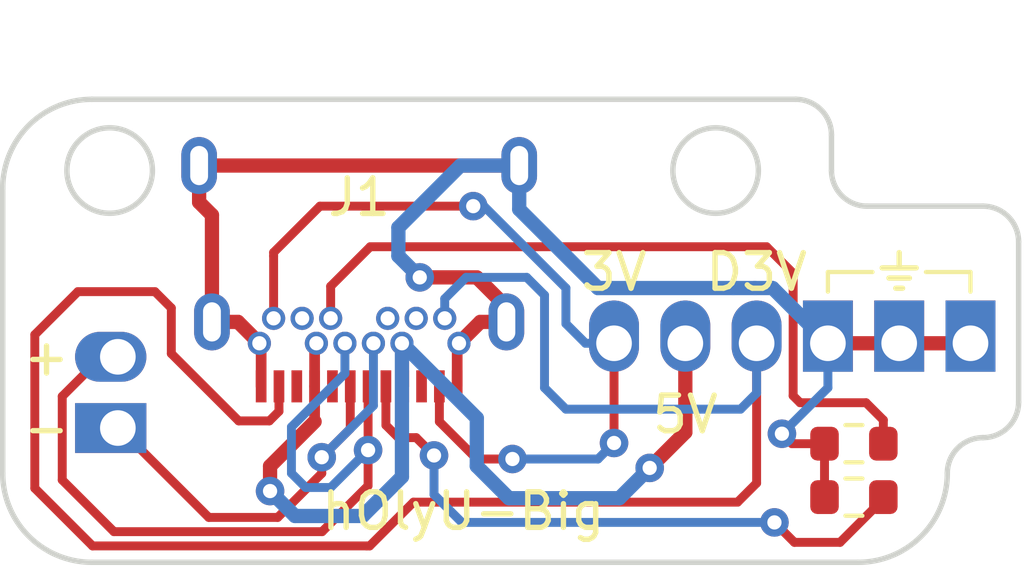
<source format=kicad_pcb>
(kicad_pcb (version 20211014) (generator pcbnew)
  (layers (0 "F.Cu" signal) (31 "B.Cu" signal) (34 "B.Paste" user) (35 "F.Paste" user) (36 "B.SilkS" user "B.Silkscreen") (37 "F.SilkS" user "F.Silkscreen") (38 "B.Mask" user) (39 "F.Mask" user) (44 "Edge.Cuts" user))
  (net 0 "")
  (net 1 "GND")
  (net 2 "3V3")
  (net 3 "VBUS")
  (net 4 "Net-(J1-PadA5)")
  (net 5 "D+")
  (net 6 "D-")
  (net 7 "Net-(J1-PadA8)")
  (net 8 "D3V")
  (net 9 "Net-(J1-PadB5)")
  (net 10 "Net-(J1-PadB8)")
  (net 11 "Net-(J1-PadB3)")
  (net 12 "Net-(J1-PadB10)")
  (net 13 "Net-(J1-PadA3)")
  (net 14 "Net-(J1-PadA10)")
  (footprint "Connector_PinHeader_2.00mm:PinHeader_1x06_P2.00mm_Vertical" (layer "F.Cu") (at 7.15 3.35 90)
    (fp_text reference "J2" hide)
    (fp_text value "Conn_01x06" hide)
    (pad "1" thru_hole oval locked (at 0 0 90) (size 2 1.4) (drill 1 (offset 0.2 0)) (layers *.Cu *.Mask) (net 2 "3V3"))
    (pad "2" thru_hole oval locked (at 0 2 90) (size 2 1.4) (drill 1 (offset 0.2 0)) (layers *.Cu *.Mask) (net 3 "VBUS"))
    (pad "3" thru_hole oval locked (at 0 4 90) (size 2 1.4) (drill 1 (offset 0.2 0)) (layers *.Cu *.Mask) (net 8 "D3V"))
    (pad "4" thru_hole rect locked (at 0 6 90) (size 2 1.4) (drill 1 (offset 0.2 0)) (layers *.Cu *.Mask) (net 1 "GND"))
    (pad "5" thru_hole rect locked (at 0 8 90) (size 2 1.4) (drill 1 (offset 0.2 0)) (layers *.Cu *.Mask) (net 1 "GND"))
    (pad "6" thru_hole rect locked (at 0 10 90) (size 2 1.4) (drill 1 (offset 0.2 0)) (layers *.Cu *.Mask) (net 1 "GND"))
  )
  (footprint "Model_S:Shou Han Type-C 24P QCHT" (layer "F.Cu") (at 0 -3.5 180)
    (fp_text reference "J1" (at 0 -2.75) (layer "F.SilkS"))
    (fp_text value "USB_C_Receptacle")
    (pad "" np_thru_hole circle locked (at -3.6 -7.5 180) (size 0.7 0.7) (drill 0.7) (layers *.Cu *.Mask))
    (pad "" np_thru_hole circle locked (at 3.75 -7.5 180) (size 0.7 0.7) (drill 0.7) (layers *.Cu *.Mask))
    (pad "A1" smd rect locked (at -2.75 -8.06 180) (size 0.3 0.9) (layers "F.Cu" "F.Paste" "F.Mask") (net 1 "GND"))
    (pad "A2" smd rect locked (at -2.25 -8.06 180) (size 0.3 0.9) (layers "F.Cu" "F.Paste" "F.Mask") (net 2 "3V3"))
    (pad "A3" smd rect locked (at -1.75 -8.06 180) (size 0.3 0.9) (layers "F.Cu" "F.Paste" "F.Mask") (net 13 "Net-(J1-PadA3)"))
    (pad "A4" smd rect locked (at -1.25 -8.06 180) (size 0.3 0.9) (layers "F.Cu" "F.Paste" "F.Mask") (net 3 "VBUS"))
    (pad "A5" smd rect locked (at -0.75 -8.06 180) (size 0.3 0.9) (layers "F.Cu" "F.Paste" "F.Mask") (net 4 "Net-(J1-PadA5)"))
    (pad "A6" smd rect locked (at -0.25 -8.06 180) (size 0.3 0.9) (layers "F.Cu" "F.Paste" "F.Mask") (net 5 "D+"))
    (pad "A7" smd rect locked (at 0.25 -8.06 180) (size 0.3 0.9) (layers "F.Cu" "F.Paste" "F.Mask") (net 6 "D-"))
    (pad "A8" smd rect locked (at 0.75 -8.06 180) (size 0.3 0.9) (layers "F.Cu" "F.Paste" "F.Mask") (net 7 "Net-(J1-PadA8)"))
    (pad "A9" smd rect locked (at 1.25 -8.06 180) (size 0.3 0.9) (layers "F.Cu" "F.Paste" "F.Mask") (net 3 "VBUS"))
    (pad "A10" smd rect locked (at 1.75 -8.06 180) (size 0.3 0.9) (layers "F.Cu" "F.Paste" "F.Mask") (net 14 "Net-(J1-PadA10)"))
    (pad "A11" smd rect locked (at 2.25 -8.06 180) (size 0.3 0.9) (layers "F.Cu" "F.Paste" "F.Mask") (net 8 "D3V"))
    (pad "A12" smd rect locked (at 2.75 -8.06 180) (size 0.3 0.9) (layers "F.Cu" "F.Paste" "F.Mask") (net 1 "GND"))
    (pad "B1" thru_hole circle locked (at 2.8 -6.85 180) (size 0.65 0.65) (drill 0.4) (layers *.Cu *.Mask) (net 1 "GND"))
    (pad "B2" thru_hole circle locked (at 2.4 -6.15 180) (size 0.65 0.65) (drill 0.4) (layers *.Cu *.Mask) (net 2 "3V3"))
    (pad "B3" thru_hole circle locked (at 1.6 -6.15 180) (size 0.65 0.65) (drill 0.4) (layers *.Cu *.Mask) (net 11 "Net-(J1-PadB3)"))
    (pad "B4" thru_hole circle locked (at 1.2 -6.85 180) (size 0.65 0.65) (drill 0.4) (layers *.Cu *.Mask) (net 3 "VBUS"))
    (pad "B5" thru_hole circle locked (at 0.8 -6.15 180) (size 0.65 0.65) (drill 0.4) (layers *.Cu *.Mask) (net 9 "Net-(J1-PadB5)"))
    (pad "B6" thru_hole circle locked (at 0.4 -6.85 180) (size 0.65 0.65) (drill 0.4) (layers *.Cu *.Mask) (net 5 "D+"))
    (pad "B7" thru_hole circle locked (at -0.4 -6.85 180) (size 0.65 0.65) (drill 0.4) (layers *.Cu *.Mask) (net 6 "D-"))
    (pad "B8" thru_hole circle locked (at -0.8 -6.15 180) (size 0.65 0.65) (drill 0.4) (layers *.Cu *.Mask) (net 10 "Net-(J1-PadB8)"))
    (pad "B9" thru_hole circle locked (at -1.2 -6.85 180) (size 0.65 0.65) (drill 0.4) (layers *.Cu *.Mask) (net 3 "VBUS"))
    (pad "B10" thru_hole circle locked (at -1.6 -6.15 180) (size 0.65 0.65) (drill 0.4) (layers *.Cu *.Mask) (net 12 "Net-(J1-PadB10)"))
    (pad "B11" thru_hole circle locked (at -2.4 -6.15 180) (size 0.65 0.65) (drill 0.4) (layers *.Cu *.Mask) (net 8 "D3V"))
    (pad "B12" thru_hole circle locked (at -2.8 -6.85 180) (size 0.65 0.65) (drill 0.4) (layers *.Cu *.Mask) (net 1 "GND"))
    (pad "S1" thru_hole oval locked (at -4.49 -1.86 180) (size 1 1.6) (drill oval 0.5 1.1) (layers *.Cu *.Mask) (net 1 "GND"))
    (pad "S1" thru_hole oval locked (at -4.13 -6.25 180) (size 1 1.6) (drill oval 0.5 1.1) (layers *.Cu *.Mask) (net 1 "GND"))
    (pad "S1" thru_hole oval locked (at 4.49 -1.86 180) (size 1 1.6) (drill oval 0.5 1.1) (layers *.Cu *.Mask) (net 1 "GND"))
    (pad "S1" thru_hole oval locked (at 4.13 -6.25 180) (size 1 1.6) (drill oval 0.5 1.1) (layers *.Cu *.Mask) (net 1 "GND"))
  )
  (footprint "Connector_PinHeader_2.00mm:PinHeader_1x02_P2.00mm_Vertical" (layer "F.Cu") (at -6.77 3.73)
    (fp_text reference "J3" hide)
    (fp_text value "Conn_01x02" hide)
    (pad "1" thru_hole oval locked (at 0 0) (size 2 1.4) (drill 1 (offset -0.2 0)) (layers *.Cu *.Mask) (net 5 "D+"))
    (pad "2" thru_hole rect locked (at 0 2) (size 2 1.4) (drill 1 (offset -0.2 0)) (layers *.Cu *.Mask) (net 6 "D-"))
  )
  (footprint "Resistor_SMD:R_0603_1608Metric" (layer "F.Cu") (at 13.88 7.67)
    (fp_text reference "R1" hide)
    (fp_text value "5.1k" hide)
    (fp_line (start -0.237258 0.5225) (end 0.237258 0.5225) (layer "F.SilkS") (width 0.12))
    (fp_line (start -0.237258 -0.5225) (end 0.237258 -0.5225) (layer "F.SilkS") (width 0.12))
    (pad "1" smd roundrect locked (at -0.825 0) (size 0.8 0.95) (layers "F.Cu" "F.Paste" "F.Mask") (net 1 "GND"))
    (pad "2" smd roundrect locked (at 0.825 0) (size 0.8 0.95) (layers "F.Cu" "F.Paste" "F.Mask") (net 4 "Net-(J1-PadA5)"))
  )
  (footprint "Resistor_SMD:R_0603_1608Metric" (layer "F.Cu") (at 13.88 6.17 180)
    (fp_text reference "R2" hide)
    (fp_text value "5.1k" hide)
    (fp_line (start -0.237258 0.5225) (end 0.237258 0.5225) (layer "F.SilkS") (width 0.12))
    (fp_line (start -0.237258 -0.5225) (end 0.237258 -0.5225) (layer "F.SilkS") (width 0.12))
    (pad "1" smd roundrect locked (at -0.825 0 180) (size 0.8 0.95) (layers "F.Cu" "F.Paste" "F.Mask") (net 9 "Net-(J1-PadB5)"))
    (pad "2" smd roundrect locked (at 0.825 0 180) (size 0.8 0.95) (layers "F.Cu" "F.Paste" "F.Mask") (net 1 "GND"))
  )
  (gr_line (start 15.9 1.35) (end 17.15 1.35) (layer "F.SilkS") (width 0.12))
  (gr_line (start 14.4 1.35) (end 13.15 1.35) (layer "F.SilkS") (width 0.12))
  (gr_line (start 17.15 1.35) (end 17.15 1.9) (layer "F.SilkS") (width 0.12))
  (gr_line (start 13.15 1.35) (end 13.15 1.9) (layer "F.SilkS") (width 0.12))
  (gr_line (start -7.5 -3.5) (end 12.25 -3.5) (layer "Edge.Cuts") (width 0.1524))
  (gr_line (start -7.5 9.5) (end 14 9.5) (layer "Edge.Cuts") (width 0.1524))
  (gr_line (start -10 -1) (end -10 7) (layer "Edge.Cuts") (width 0.1524))
  (gr_arc (start 16.5 7) (mid 15.767767 8.767767) (end 14 9.5) (layer "Edge.Cuts") (width 0.152))
  (gr_arc (start -7.5 9.5) (mid -9.267767 8.767767) (end -10 7) (layer "Edge.Cuts") (width 0.152))
  (gr_line (start 18.5 5) (end 18.5 0.5) (layer "Edge.Cuts") (width 0.152))
  (gr_circle (center -7 -1.5) (end -5.8 -1.5) (layer "Edge.Cuts") (width 0.152) (fill none))
  (gr_line (start 13.25 -2.5) (end 13.25 -1.5) (layer "Edge.Cuts") (width 0.152))
  (gr_arc (start 17.5 -0.5) (mid 18.207107 -0.207107) (end 18.5 0.5) (layer "Edge.Cuts") (width 0.152))
  (gr_arc (start 16.5 7) (mid 16.792893 6.292893) (end 17.5 6) (layer "Edge.Cuts") (width 0.152))
  (gr_line (start 14.25 -0.5) (end 17.5 -0.5) (layer "Edge.Cuts") (width 0.152))
  (gr_arc (start 18.5 5) (mid 18.207107 5.707107) (end 17.5 6) (layer "Edge.Cuts") (width 0.152))
  (gr_arc (start -10 -1) (mid -9.267767 -2.767767) (end -7.5 -3.5) (layer "Edge.Cuts") (width 0.152))
  (gr_arc (start 12.25 -3.5) (mid 12.957107 -3.207107) (end 13.25 -2.5) (layer "Edge.Cuts") (width 0.152))
  (gr_circle (center 10 -1.5) (end 11.2 -1.5) (layer "Edge.Cuts") (width 0.152) (fill none))
  (gr_arc (start 14.25 -0.5) (mid 13.542893 -0.792893) (end 13.25 -1.5) (layer "Edge.Cuts") (width 0.152))
  (gr_text "D3V" (at 11.15 1.35) (layer "F.SilkS") (effects (font (size 1 1))))
  (gr_text "⏚" (at 15.15 1.35) (layer "F.SilkS") (effects (font (size 1 1))))
  (gr_text "hOlyU-Big" (at 2.921 8.065) (layer "F.SilkS") (effects (font (size 1 1))))
  (gr_text "5V" (at 9.15 5.35) (layer "F.SilkS") (effects (font (size 1 1))))
  (gr_text "-" (at -8.77 5.73) (layer "F.SilkS") (effects (font (size 1 1))))
  (gr_text "3V" (at 7.15 1.35) (layer "F.SilkS") (effects (font (size 1 1))))
  (gr_text "+" (at -8.77 3.73) (layer "F.SilkS") (effects (font (size 1 1))))
  (segment (start 4.13 2.33) (end 3.3 1.5) (width 0.4) (layer "F.Cu") (net 1))
  (segment (start 13.055 6.17) (end 12.14 6.17) (width 0.25) (layer "F.Cu") (net 1))
  (segment (start -2.75 3.4) (end -2.8 3.35) (width 0.25) (layer "F.Cu") (net 1))
  (segment (start -3.4 2.75) (end -4.13 2.75) (width 0.4) (layer "F.Cu") (net 1))
  (segment (start 2.75 4.56) (end 2.75 3.4) (width 0.3) (layer "F.Cu") (net 1))
  (segment (start -4.13 -0.25) (end -4.49 -0.61) (width 0.4) (layer "F.Cu") (net 1))
  (segment (start 13.055 7.67) (end 13.055 6.17) (width 0.25) (layer "F.Cu") (net 1))
  (segment (start 2.75 3.4) (end 2.8 3.35) (width 0.25) (layer "F.Cu") (net 1))
  (segment (start 3.4 2.75) (end 2.8 3.35) (width 0.4) (layer "F.Cu") (net 1))
  (segment (start 4.13 2.75) (end 3.4 2.75) (width 0.4) (layer "F.Cu") (net 1))
  (segment (start 12.14 6.17) (end 11.86 5.89) (width 0.25) (layer "F.Cu") (net 1))
  (segment (start 17.15 3.35) (end 15.15 3.35) (width 0.4) (layer "F.Cu") (net 1))
  (segment (start 15.15 3.35) (end 13.15 3.35) (width 0.4) (layer "F.Cu") (net 1))
  (segment (start -4.49 -0.61) (end -4.49 -1.64) (width 0.4) (layer "F.Cu") (net 1))
  (segment (start -2.8 3.35) (end -3.4 2.75) (width 0.4) (layer "F.Cu") (net 1))
  (segment (start 3.3 1.5) (end 1.7 1.5) (width 0.4) (layer "F.Cu") (net 1))
  (segment (start -4.13 2.75) (end -4.13 -0.25) (width 0.4) (layer "F.Cu") (net 1))
  (segment (start -2.75 4.56) (end -2.75 3.4) (width 0.3) (layer "F.Cu") (net 1))
  (segment (start 4.13 2.75) (end 4.13 2.33) (width 0.4) (layer "F.Cu") (net 1))
  (segment (start 4.49 -1.64) (end -4.49 -1.64) (width 0.4) (layer "F.Cu") (net 1))
  (via (at 1.7 1.5) (size 0.8) (drill 0.4) (layers "F.Cu" "B.Cu") (net 1))
  (via (at 11.86 5.89) (size 0.8) (drill 0.4) (layers "F.Cu" "B.Cu") (net 1))
  (segment (start 11.6 1.8) (end 11.1 1.8) (width 0.4) (layer "B.Cu") (net 1))
  (segment (start 2.84 -1.64) (end 4.49 -1.64) (width 0.4) (layer "B.Cu") (net 1))
  (segment (start 13.15 3.35) (end 11.6 1.8) (width 0.4) (layer "B.Cu") (net 1))
  (segment (start 1.7 1.5) (end 1.1 0.9) (width 0.4) (layer "B.Cu") (net 1))
  (segment (start 1.1 0.1) (end 2.84 -1.64) (width 0.4) (layer "B.Cu") (net 1))
  (segment (start 6.7 1.8) (end 10.5 1.8) (width 0.4) (layer "B.Cu") (net 1))
  (segment (start 4.49 -1.64) (end 4.49 -0.41) (width 0.4) (layer "B.Cu") (net 1))
  (segment (start 11.1 1.8) (end 10.5 1.8) (width 0.4) (layer "B.Cu") (net 1))
  (segment (start 11.86 5.89) (end 13.15 4.6) (width 0.25) (layer "B.Cu") (net 1))
  (segment (start 1.1 0.9) (end 1.1 0.1) (width 0.4) (layer "B.Cu") (net 1))
  (segment (start 4.49 -0.41) (end 6.7 1.8) (width 0.4) (layer "B.Cu") (net 1))
  (segment (start 13.15 4.6) (end 13.15 3.35) (width 0.25) (layer "B.Cu") (net 1))
  (segment (start 2.25 4.56) (end 2.25 5.55) (width 0.25) (layer "F.Cu") (net 2))
  (segment (start -2.4 2.65) (end -2.4 0.9) (width 0.25) (layer "F.Cu") (net 2))
  (segment (start 7.149985 6.150015) (end 7.149985 3.350015) (width 0.25) (layer "F.Cu") (net 2))
  (segment (start 3.3 6.6) (end 4.3 6.6) (width 0.25) (layer "F.Cu") (net 2))
  (segment (start 2.25 5.55) (end 3.3 6.6) (width 0.25) (layer "F.Cu") (net 2))
  (segment (start -2.4 0.8) (end -1.1 -0.5) (width 0.25) (layer "F.Cu") (net 2))
  (segment (start -1.1 -0.5) (end 3.2 -0.5) (width 0.25) (layer "F.Cu") (net 2))
  (segment (start 7.149985 3.350015) (end 7.15 3.35) (width 0.25) (layer "F.Cu") (net 2))
  (segment (start -2.4 0.9) (end -2.4 0.8) (width 0.25) (layer "F.Cu") (net 2))
  (via (at 7.149985 6.150015) (size 0.8) (drill 0.4) (layers "F.Cu" "B.Cu") (net 2))
  (via (at 3.2 -0.5) (size 0.8) (drill 0.4) (layers "F.Cu" "B.Cu") (net 2))
  (via (at 4.3 6.6) (size 0.8) (drill 0.4) (layers "F.Cu" "B.Cu") (net 2))
  (segment (start 5.8 1.8) (end 5.8 2.8) (width 0.25) (layer "B.Cu") (net 2))
  (segment (start 3.5 -0.5) (end 5.8 1.8) (width 0.25) (layer "B.Cu") (net 2))
  (segment (start 6.7 6.6) (end 7.149985 6.150015) (width 0.25) (layer "B.Cu") (net 2))
  (segment (start 5.8 2.8) (end 6.35 3.35) (width 0.25) (layer "B.Cu") (net 2))
  (segment (start 3.2 -0.5) (end 3.5 -0.5) (width 0.25) (layer "B.Cu") (net 2))
  (segment (start 6.35 3.35) (end 7.15 3.35) (width 0.25) (layer "B.Cu") (net 2))
  (segment (start 4.3 6.6) (end 6.7 6.6) (width 0.25) (layer "B.Cu") (net 2))
  (segment (start -1.25 5.55) (end -2.5 6.8) (width 0.4) (layer "F.Cu") (net 3))
  (segment (start 1.25 4.56) (end 1.25 3.4) (width 0.3) (layer "F.Cu") (net 3))
  (segment (start -1.25 4.56) (end -1.25 3.4) (width 0.3) (layer "F.Cu") (net 3))
  (segment (start 9.15 5.85) (end 8.15 6.85) (width 0.4) (layer "F.Cu") (net 3))
  (segment (start -2.5 6.8) (end -2.5 7.499994) (width 0.4) (layer "F.Cu") (net 3))
  (segment (start -1.25 3.4) (end -1.2 3.35) (width 0.3) (layer "F.Cu") (net 3))
  (segment (start 1.25 3.4) (end 1.2 3.35) (width 0.3) (layer "F.Cu") (net 3))
  (segment (start 9.15 5.85) (end 9.15 3.35) (width 0.4) (layer "F.Cu") (net 3))
  (segment (start -1.25 4.56) (end -1.25 5.55) (width 0.3) (layer "F.Cu") (net 3))
  (via (at 8.15 6.85) (size 0.8) (drill 0.4) (layers "F.Cu" "B.Cu") (net 3))
  (via (at -2.5 7.499994) (size 0.8) (drill 0.4) (layers "F.Cu" "B.Cu") (net 3))
  (segment (start 1.2 7.1) (end 0.1 8.2) (width 0.4) (layer "B.Cu") (net 3))
  (segment (start 4.2 7.7) (end 7.3 7.7) (width 0.4) (layer "B.Cu") (net 3))
  (segment (start -1.799994 8.2) (end -2.5 7.499994) (width 0.4) (layer "B.Cu") (net 3))
  (segment (start 3.3 6.8) (end 4.2 7.7) (width 0.4) (layer "B.Cu") (net 3))
  (segment (start 7.3 7.7) (end 8.15 6.85) (width 0.4) (layer "B.Cu") (net 3))
  (segment (start 0.1 8.2) (end -1.799994 8.2) (width 0.4) (layer "B.Cu") (net 3))
  (segment (start 1.2 3.35) (end 1.2 7.1) (width 0.4) (layer "B.Cu") (net 3))
  (segment (start 1.2 3.35) (end 3.3 5.45) (width 0.4) (layer "B.Cu") (net 3))
  (segment (start 3.3 5.45) (end 3.3 6.8) (width 0.4) (layer "B.Cu") (net 3))
  (segment (start 0.75 5.65) (end 1.1 6) (width 0.25) (layer "F.Cu") (net 4))
  (segment (start 1.6 6) (end 2.1 6.5) (width 0.25) (layer "F.Cu") (net 4))
  (segment (start 14.705 7.725) (end 13.49 8.94) (width 0.25) (layer "F.Cu") (net 4))
  (segment (start 13.49 8.94) (end 12.21 8.94) (width 0.25) (layer "F.Cu") (net 4))
  (segment (start 1.1 6) (end 1.6 6) (width 0.25) (layer "F.Cu") (net 4))
  (segment (start 12.21 8.94) (end 11.65 8.38) (width 0.25) (layer "F.Cu") (net 4))
  (segment (start 0.75 4.56) (end 0.75 5.65) (width 0.25) (layer "F.Cu") (net 4))
  (segment (start 14.705 7.67) (end 14.705 7.725) (width 0.25) (layer "F.Cu") (net 4))
  (via (at 11.65 8.38) (size 0.8) (drill 0.4) (layers "F.Cu" "B.Cu") (net 4))
  (via (at 2.1 6.5) (size 0.8) (drill 0.4) (layers "F.Cu" "B.Cu") (net 4))
  (segment (start 2.1 7.6) (end 2.88 8.38) (width 0.25) (layer "B.Cu") (net 4))
  (segment (start 2.88 8.38) (end 11.65 8.38) (width 0.25) (layer "B.Cu") (net 4))
  (segment (start 2.1 7.6) (end 2.1 6.5) (width 0.25) (layer "B.Cu") (net 4))
  (segment (start -8.33 4.84) (end -7.22 3.73) (width 0.25) (layer "F.Cu") (net 5))
  (segment (start -7.22 3.73) (end -6.77 3.73) (width 0.25) (layer "F.Cu") (net 5))
  (segment (start -6.88 8.64) (end -8.33 7.19) (width 0.25) (layer "F.Cu") (net 5))
  (segment (start 0.25 4.56) (end 0.25 6.35) (width 0.25) (layer "F.Cu") (net 5))
  (segment (start 0.25 7.35) (end -1.04 8.64) (width 0.25) (layer "F.Cu") (net 5))
  (segment (start -8.33 7.19) (end -8.33 4.84) (width 0.25) (layer "F.Cu") (net 5))
  (segment (start -1.04 8.64) (end -6.88 8.64) (width 0.25) (layer "F.Cu") (net 5))
  (segment (start 0.25 6.35) (end 0.25 7.35) (width 0.25) (layer "F.Cu") (net 5))
  (via (at 0.25 6.35) (size 0.8) (drill 0.4) (layers "F.Cu" "B.Cu") (net 5))
  (segment (start -0.8 7.4) (end 0.25 6.35) (width 0.25) (layer "B.Cu") (net 5))
  (segment (start -1.9 7) (end -1.5 7.4) (width 0.25) (layer "B.Cu") (net 5))
  (segment (start -1.9 5.7) (end -1.9 7) (width 0.25) (layer "B.Cu") (net 5))
  (segment (start -1.5 7.4) (end -0.8 7.4) (width 0.25) (layer "B.Cu") (net 5))
  (segment (start -0.4 3.35) (end -0.4 4.2) (width 0.25) (layer "B.Cu") (net 5))
  (segment (start -0.4 4.2) (end -1.9 5.7) (width 0.25) (layer "B.Cu") (net 5))
  (segment (start -2.285411 8.24) (end -4.22 8.24) (width 0.25) (layer "F.Cu") (net 6))
  (segment (start -4.22 8.24) (end -6.73 5.73) (width 0.25) (layer "F.Cu") (net 6))
  (segment (start -1.05 7.004589) (end -2.285411 8.24) (width 0.25) (layer "F.Cu") (net 6))
  (segment (start -0.25 4.56) (end -0.25 5.75) (width 0.25) (layer "F.Cu") (net 6))
  (segment (start -6.73 5.73) (end -6.77 5.73) (width 0.25) (layer "F.Cu") (net 6))
  (segment (start -0.25 5.75) (end -1.05 6.55) (width 0.25) (layer "F.Cu") (net 6))
  (segment (start -1.05 6.55) (end -1.05 7.004589) (width 0.25) (layer "F.Cu") (net 6))
  (via (at -1.05 6.55) (size 0.8) (drill 0.4) (layers "F.Cu" "B.Cu") (net 6))
  (segment (start 0.4 3.35) (end 0.4 5.1) (width 0.25) (layer "B.Cu") (net 6))
  (segment (start 0.4 5.1) (end -1.05 6.55) (width 0.25) (layer "B.Cu") (net 6))
  (segment (start -5.73 1.9) (end -7.89 1.9) (width 0.25) (layer "F.Cu") (net 8))
  (segment (start -7.89 1.9) (end -9.1 3.11) (width 0.25) (layer "F.Cu") (net 8))
  (segment (start -3.38 5.53) (end -5.27 3.64) (width 0.25) (layer "F.Cu") (net 8))
  (segment (start -5.27 2.36) (end -5.73 1.9) (width 0.25) (layer "F.Cu") (net 8))
  (segment (start -2.25 4.56) (end -2.25 5.26) (width 0.25) (layer "F.Cu") (net 8))
  (segment (start 0.213 9.04) (end 0.295 9.04) (width 0.25) (layer "F.Cu") (net 8))
  (segment (start 11.15 7.277) (end 11.15 3.35) (width 0.25) (layer "F.Cu") (net 8))
  (segment (start -2.25 5.26) (end -2.52 5.53) (width 0.25) (layer "F.Cu") (net 8))
  (segment (start -2.52 5.53) (end -3.38 5.53) (width 0.25) (layer "F.Cu") (net 8))
  (segment (start 0.295 9.04) (end 1.524 7.811) (width 0.25) (layer "F.Cu") (net 8))
  (segment (start 1.524 7.811) (end 10.616 7.811) (width 0.25) (layer "F.Cu") (net 8))
  (segment (start -5.27 3.64) (end -5.27 2.36) (width 0.25) (layer "F.Cu") (net 8))
  (segment (start -7.48 9.04) (end 0.213 9.04) (width 0.25) (layer "F.Cu") (net 8))
  (segment (start 10.616 7.811) (end 11.15 7.277) (width 0.25) (layer "F.Cu") (net 8))
  (segment (start -9.1 7.42) (end -7.48 9.04) (width 0.25) (layer "F.Cu") (net 8))
  (segment (start -9.1 3.11) (end -9.1 7.42) (width 0.25) (layer "F.Cu") (net 8))
  (segment (start 5.2 2) (end 5.2 4.6) (width 0.25) (layer "B.Cu") (net 8))
  (segment (start 5.8 5.2) (end 10.7 5.2) (width 0.25) (layer "B.Cu") (net 8))
  (segment (start 11.15 3.35) (end 11.15 4.75) (width 0.25) (layer "B.Cu") (net 8))
  (segment (start 2.4 2.65) (end 2.4 2.1) (width 0.25) (layer "B.Cu") (net 8))
  (segment (start 10.7 5.2) (end 11.15 4.75) (width 0.25) (layer "B.Cu") (net 8))
  (segment (start 2.4 2.1) (end 3 1.5) (width 0.25) (layer "B.Cu") (net 8))
  (segment (start 5.2 4.6) (end 5.8 5.2) (width 0.25) (layer "B.Cu") (net 8))
  (segment (start 3 1.5) (end 4.7 1.5) (width 0.25) (layer "B.Cu") (net 8))
  (segment (start 4.7 1.5) (end 5.2 2) (width 0.25) (layer "B.Cu") (net 8))
  (segment (start -0.8 2.65) (end -0.8 1.75) (width 0.25) (layer "F.Cu") (net 9))
  (segment (start 14.22 5.02) (end 14.705 5.505) (width 0.25) (layer "F.Cu") (net 9))
  (segment (start 12.175 1.395) (end 12.18 1.39) (width 0.25) (layer "F.Cu") (net 9))
  (segment (start 0.31 0.64) (end 11.43 0.64) (width 0.25) (layer "F.Cu") (net 9))
  (segment (start 12.175 4.825) (end 12.175 1.395) (width 0.25) (layer "F.Cu") (net 9))
  (segment (start 11.43 0.64) (end 12.18 1.39) (width 0.25) (layer "F.Cu") (net 9))
  (segment (start -0.8 1.75) (end 0.31 0.64) (width 0.25) (layer "F.Cu") (net 9))
  (segment (start 12.175 4.825) (end 12.37 5.02) (width 0.25) (layer "F.Cu") (net 9))
  (segment (start 14.705 5.505) (end 14.705 6.17) (width 0.25) (layer "F.Cu") (net 9))
  (segment (start 12.37 5.02) (end 14.22 5.02) (width 0.25) (layer "F.Cu") (net 9))
)
</source>
